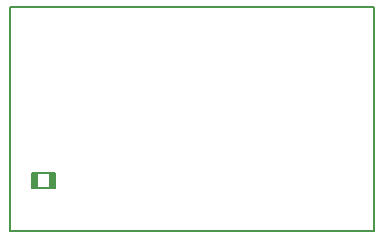
<source format=gm1>
G04*
G04 #@! TF.GenerationSoftware,Altium Limited,Altium Designer,20.0.2 (26)*
G04*
G04 Layer_Color=16711935*
%FSLAX25Y25*%
%MOIN*%
G70*
G01*
G75*
%ADD41C,0.00500*%
%ADD42C,0.00787*%
G36*
X9081Y14339D02*
X7113D01*
Y19261D01*
X9081D01*
Y14339D01*
D02*
G37*
G36*
X14997D02*
X13018D01*
Y19267D01*
X14997D01*
Y14339D01*
D02*
G37*
D41*
X7113D02*
X14987D01*
X7113D02*
Y19261D01*
X14987D01*
Y14339D02*
Y19261D01*
D42*
X121063Y74803D02*
X121260Y0D01*
X0Y74803D02*
X121063D01*
X0Y0D02*
Y74803D01*
Y0D02*
X121063D01*
M02*

</source>
